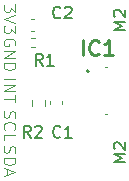
<source format=gbr>
%TF.GenerationSoftware,KiCad,Pcbnew,8.0.6*%
%TF.CreationDate,2024-12-03T19:32:54-08:00*%
%TF.ProjectId,VCNL4040Breakout,56434e4c-3430-4343-9042-7265616b6f75,rev?*%
%TF.SameCoordinates,Original*%
%TF.FileFunction,Legend,Top*%
%TF.FilePolarity,Positive*%
%FSLAX46Y46*%
G04 Gerber Fmt 4.6, Leading zero omitted, Abs format (unit mm)*
G04 Created by KiCad (PCBNEW 8.0.6) date 2024-12-03 19:32:54*
%MOMM*%
%LPD*%
G01*
G04 APERTURE LIST*
%ADD10C,0.150000*%
%ADD11C,0.254000*%
%ADD12C,0.100000*%
%ADD13C,0.120000*%
%ADD14C,0.200000*%
G04 APERTURE END LIST*
D10*
X133854819Y-103609523D02*
X132854819Y-103609523D01*
X132854819Y-103609523D02*
X133569104Y-103276190D01*
X133569104Y-103276190D02*
X132854819Y-102942857D01*
X132854819Y-102942857D02*
X133854819Y-102942857D01*
X132950057Y-102514285D02*
X132902438Y-102466666D01*
X132902438Y-102466666D02*
X132854819Y-102371428D01*
X132854819Y-102371428D02*
X132854819Y-102133333D01*
X132854819Y-102133333D02*
X132902438Y-102038095D01*
X132902438Y-102038095D02*
X132950057Y-101990476D01*
X132950057Y-101990476D02*
X133045295Y-101942857D01*
X133045295Y-101942857D02*
X133140533Y-101942857D01*
X133140533Y-101942857D02*
X133283390Y-101990476D01*
X133283390Y-101990476D02*
X133854819Y-102561904D01*
X133854819Y-102561904D02*
X133854819Y-101942857D01*
X133854819Y-92409523D02*
X132854819Y-92409523D01*
X132854819Y-92409523D02*
X133569104Y-92076190D01*
X133569104Y-92076190D02*
X132854819Y-91742857D01*
X132854819Y-91742857D02*
X133854819Y-91742857D01*
X132950057Y-91314285D02*
X132902438Y-91266666D01*
X132902438Y-91266666D02*
X132854819Y-91171428D01*
X132854819Y-91171428D02*
X132854819Y-90933333D01*
X132854819Y-90933333D02*
X132902438Y-90838095D01*
X132902438Y-90838095D02*
X132950057Y-90790476D01*
X132950057Y-90790476D02*
X133045295Y-90742857D01*
X133045295Y-90742857D02*
X133140533Y-90742857D01*
X133140533Y-90742857D02*
X133283390Y-90790476D01*
X133283390Y-90790476D02*
X133854819Y-91361904D01*
X133854819Y-91361904D02*
X133854819Y-90742857D01*
X125833333Y-101554819D02*
X125500000Y-101078628D01*
X125261905Y-101554819D02*
X125261905Y-100554819D01*
X125261905Y-100554819D02*
X125642857Y-100554819D01*
X125642857Y-100554819D02*
X125738095Y-100602438D01*
X125738095Y-100602438D02*
X125785714Y-100650057D01*
X125785714Y-100650057D02*
X125833333Y-100745295D01*
X125833333Y-100745295D02*
X125833333Y-100888152D01*
X125833333Y-100888152D02*
X125785714Y-100983390D01*
X125785714Y-100983390D02*
X125738095Y-101031009D01*
X125738095Y-101031009D02*
X125642857Y-101078628D01*
X125642857Y-101078628D02*
X125261905Y-101078628D01*
X126214286Y-100650057D02*
X126261905Y-100602438D01*
X126261905Y-100602438D02*
X126357143Y-100554819D01*
X126357143Y-100554819D02*
X126595238Y-100554819D01*
X126595238Y-100554819D02*
X126690476Y-100602438D01*
X126690476Y-100602438D02*
X126738095Y-100650057D01*
X126738095Y-100650057D02*
X126785714Y-100745295D01*
X126785714Y-100745295D02*
X126785714Y-100840533D01*
X126785714Y-100840533D02*
X126738095Y-100983390D01*
X126738095Y-100983390D02*
X126166667Y-101554819D01*
X126166667Y-101554819D02*
X126785714Y-101554819D01*
D11*
X130260237Y-94574318D02*
X130260237Y-93304318D01*
X131590714Y-94453365D02*
X131530238Y-94513842D01*
X131530238Y-94513842D02*
X131348809Y-94574318D01*
X131348809Y-94574318D02*
X131227857Y-94574318D01*
X131227857Y-94574318D02*
X131046428Y-94513842D01*
X131046428Y-94513842D02*
X130925476Y-94392889D01*
X130925476Y-94392889D02*
X130864999Y-94271937D01*
X130864999Y-94271937D02*
X130804523Y-94030032D01*
X130804523Y-94030032D02*
X130804523Y-93848603D01*
X130804523Y-93848603D02*
X130864999Y-93606699D01*
X130864999Y-93606699D02*
X130925476Y-93485746D01*
X130925476Y-93485746D02*
X131046428Y-93364794D01*
X131046428Y-93364794D02*
X131227857Y-93304318D01*
X131227857Y-93304318D02*
X131348809Y-93304318D01*
X131348809Y-93304318D02*
X131530238Y-93364794D01*
X131530238Y-93364794D02*
X131590714Y-93425270D01*
X132800238Y-94574318D02*
X132074523Y-94574318D01*
X132437380Y-94574318D02*
X132437380Y-93304318D01*
X132437380Y-93304318D02*
X132316428Y-93485746D01*
X132316428Y-93485746D02*
X132195476Y-93606699D01*
X132195476Y-93606699D02*
X132074523Y-93667175D01*
D12*
X123590200Y-99309524D02*
X123542580Y-99452381D01*
X123542580Y-99452381D02*
X123542580Y-99690476D01*
X123542580Y-99690476D02*
X123590200Y-99785714D01*
X123590200Y-99785714D02*
X123637819Y-99833333D01*
X123637819Y-99833333D02*
X123733057Y-99880952D01*
X123733057Y-99880952D02*
X123828295Y-99880952D01*
X123828295Y-99880952D02*
X123923533Y-99833333D01*
X123923533Y-99833333D02*
X123971152Y-99785714D01*
X123971152Y-99785714D02*
X124018771Y-99690476D01*
X124018771Y-99690476D02*
X124066390Y-99500000D01*
X124066390Y-99500000D02*
X124114009Y-99404762D01*
X124114009Y-99404762D02*
X124161628Y-99357143D01*
X124161628Y-99357143D02*
X124256866Y-99309524D01*
X124256866Y-99309524D02*
X124352104Y-99309524D01*
X124352104Y-99309524D02*
X124447342Y-99357143D01*
X124447342Y-99357143D02*
X124494961Y-99404762D01*
X124494961Y-99404762D02*
X124542580Y-99500000D01*
X124542580Y-99500000D02*
X124542580Y-99738095D01*
X124542580Y-99738095D02*
X124494961Y-99880952D01*
X123637819Y-100880952D02*
X123590200Y-100833333D01*
X123590200Y-100833333D02*
X123542580Y-100690476D01*
X123542580Y-100690476D02*
X123542580Y-100595238D01*
X123542580Y-100595238D02*
X123590200Y-100452381D01*
X123590200Y-100452381D02*
X123685438Y-100357143D01*
X123685438Y-100357143D02*
X123780676Y-100309524D01*
X123780676Y-100309524D02*
X123971152Y-100261905D01*
X123971152Y-100261905D02*
X124114009Y-100261905D01*
X124114009Y-100261905D02*
X124304485Y-100309524D01*
X124304485Y-100309524D02*
X124399723Y-100357143D01*
X124399723Y-100357143D02*
X124494961Y-100452381D01*
X124494961Y-100452381D02*
X124542580Y-100595238D01*
X124542580Y-100595238D02*
X124542580Y-100690476D01*
X124542580Y-100690476D02*
X124494961Y-100833333D01*
X124494961Y-100833333D02*
X124447342Y-100880952D01*
X123542580Y-101785714D02*
X123542580Y-101309524D01*
X123542580Y-101309524D02*
X124542580Y-101309524D01*
X123590200Y-102285714D02*
X123542580Y-102428571D01*
X123542580Y-102428571D02*
X123542580Y-102666666D01*
X123542580Y-102666666D02*
X123590200Y-102761904D01*
X123590200Y-102761904D02*
X123637819Y-102809523D01*
X123637819Y-102809523D02*
X123733057Y-102857142D01*
X123733057Y-102857142D02*
X123828295Y-102857142D01*
X123828295Y-102857142D02*
X123923533Y-102809523D01*
X123923533Y-102809523D02*
X123971152Y-102761904D01*
X123971152Y-102761904D02*
X124018771Y-102666666D01*
X124018771Y-102666666D02*
X124066390Y-102476190D01*
X124066390Y-102476190D02*
X124114009Y-102380952D01*
X124114009Y-102380952D02*
X124161628Y-102333333D01*
X124161628Y-102333333D02*
X124256866Y-102285714D01*
X124256866Y-102285714D02*
X124352104Y-102285714D01*
X124352104Y-102285714D02*
X124447342Y-102333333D01*
X124447342Y-102333333D02*
X124494961Y-102380952D01*
X124494961Y-102380952D02*
X124542580Y-102476190D01*
X124542580Y-102476190D02*
X124542580Y-102714285D01*
X124542580Y-102714285D02*
X124494961Y-102857142D01*
X123542580Y-103285714D02*
X124542580Y-103285714D01*
X124542580Y-103285714D02*
X124542580Y-103523809D01*
X124542580Y-103523809D02*
X124494961Y-103666666D01*
X124494961Y-103666666D02*
X124399723Y-103761904D01*
X124399723Y-103761904D02*
X124304485Y-103809523D01*
X124304485Y-103809523D02*
X124114009Y-103857142D01*
X124114009Y-103857142D02*
X123971152Y-103857142D01*
X123971152Y-103857142D02*
X123780676Y-103809523D01*
X123780676Y-103809523D02*
X123685438Y-103761904D01*
X123685438Y-103761904D02*
X123590200Y-103666666D01*
X123590200Y-103666666D02*
X123542580Y-103523809D01*
X123542580Y-103523809D02*
X123542580Y-103285714D01*
X123828295Y-104238095D02*
X123828295Y-104714285D01*
X123542580Y-104142857D02*
X124542580Y-104476190D01*
X124542580Y-104476190D02*
X123542580Y-104809523D01*
X124542580Y-90261905D02*
X124542580Y-90880952D01*
X124542580Y-90880952D02*
X124161628Y-90547619D01*
X124161628Y-90547619D02*
X124161628Y-90690476D01*
X124161628Y-90690476D02*
X124114009Y-90785714D01*
X124114009Y-90785714D02*
X124066390Y-90833333D01*
X124066390Y-90833333D02*
X123971152Y-90880952D01*
X123971152Y-90880952D02*
X123733057Y-90880952D01*
X123733057Y-90880952D02*
X123637819Y-90833333D01*
X123637819Y-90833333D02*
X123590200Y-90785714D01*
X123590200Y-90785714D02*
X123542580Y-90690476D01*
X123542580Y-90690476D02*
X123542580Y-90404762D01*
X123542580Y-90404762D02*
X123590200Y-90309524D01*
X123590200Y-90309524D02*
X123637819Y-90261905D01*
X124542580Y-91166667D02*
X123542580Y-91500000D01*
X123542580Y-91500000D02*
X124542580Y-91833333D01*
X124542580Y-92071429D02*
X124542580Y-92690476D01*
X124542580Y-92690476D02*
X124161628Y-92357143D01*
X124161628Y-92357143D02*
X124161628Y-92500000D01*
X124161628Y-92500000D02*
X124114009Y-92595238D01*
X124114009Y-92595238D02*
X124066390Y-92642857D01*
X124066390Y-92642857D02*
X123971152Y-92690476D01*
X123971152Y-92690476D02*
X123733057Y-92690476D01*
X123733057Y-92690476D02*
X123637819Y-92642857D01*
X123637819Y-92642857D02*
X123590200Y-92595238D01*
X123590200Y-92595238D02*
X123542580Y-92500000D01*
X123542580Y-92500000D02*
X123542580Y-92214286D01*
X123542580Y-92214286D02*
X123590200Y-92119048D01*
X123590200Y-92119048D02*
X123637819Y-92071429D01*
D10*
X128333333Y-101459580D02*
X128285714Y-101507200D01*
X128285714Y-101507200D02*
X128142857Y-101554819D01*
X128142857Y-101554819D02*
X128047619Y-101554819D01*
X128047619Y-101554819D02*
X127904762Y-101507200D01*
X127904762Y-101507200D02*
X127809524Y-101411961D01*
X127809524Y-101411961D02*
X127761905Y-101316723D01*
X127761905Y-101316723D02*
X127714286Y-101126247D01*
X127714286Y-101126247D02*
X127714286Y-100983390D01*
X127714286Y-100983390D02*
X127761905Y-100792914D01*
X127761905Y-100792914D02*
X127809524Y-100697676D01*
X127809524Y-100697676D02*
X127904762Y-100602438D01*
X127904762Y-100602438D02*
X128047619Y-100554819D01*
X128047619Y-100554819D02*
X128142857Y-100554819D01*
X128142857Y-100554819D02*
X128285714Y-100602438D01*
X128285714Y-100602438D02*
X128333333Y-100650057D01*
X129285714Y-101554819D02*
X128714286Y-101554819D01*
X129000000Y-101554819D02*
X129000000Y-100554819D01*
X129000000Y-100554819D02*
X128904762Y-100697676D01*
X128904762Y-100697676D02*
X128809524Y-100792914D01*
X128809524Y-100792914D02*
X128714286Y-100840533D01*
X128333333Y-91359580D02*
X128285714Y-91407200D01*
X128285714Y-91407200D02*
X128142857Y-91454819D01*
X128142857Y-91454819D02*
X128047619Y-91454819D01*
X128047619Y-91454819D02*
X127904762Y-91407200D01*
X127904762Y-91407200D02*
X127809524Y-91311961D01*
X127809524Y-91311961D02*
X127761905Y-91216723D01*
X127761905Y-91216723D02*
X127714286Y-91026247D01*
X127714286Y-91026247D02*
X127714286Y-90883390D01*
X127714286Y-90883390D02*
X127761905Y-90692914D01*
X127761905Y-90692914D02*
X127809524Y-90597676D01*
X127809524Y-90597676D02*
X127904762Y-90502438D01*
X127904762Y-90502438D02*
X128047619Y-90454819D01*
X128047619Y-90454819D02*
X128142857Y-90454819D01*
X128142857Y-90454819D02*
X128285714Y-90502438D01*
X128285714Y-90502438D02*
X128333333Y-90550057D01*
X128714286Y-90550057D02*
X128761905Y-90502438D01*
X128761905Y-90502438D02*
X128857143Y-90454819D01*
X128857143Y-90454819D02*
X129095238Y-90454819D01*
X129095238Y-90454819D02*
X129190476Y-90502438D01*
X129190476Y-90502438D02*
X129238095Y-90550057D01*
X129238095Y-90550057D02*
X129285714Y-90645295D01*
X129285714Y-90645295D02*
X129285714Y-90740533D01*
X129285714Y-90740533D02*
X129238095Y-90883390D01*
X129238095Y-90883390D02*
X128666667Y-91454819D01*
X128666667Y-91454819D02*
X129285714Y-91454819D01*
D12*
X124494961Y-93738095D02*
X124542580Y-93642857D01*
X124542580Y-93642857D02*
X124542580Y-93500000D01*
X124542580Y-93500000D02*
X124494961Y-93357143D01*
X124494961Y-93357143D02*
X124399723Y-93261905D01*
X124399723Y-93261905D02*
X124304485Y-93214286D01*
X124304485Y-93214286D02*
X124114009Y-93166667D01*
X124114009Y-93166667D02*
X123971152Y-93166667D01*
X123971152Y-93166667D02*
X123780676Y-93214286D01*
X123780676Y-93214286D02*
X123685438Y-93261905D01*
X123685438Y-93261905D02*
X123590200Y-93357143D01*
X123590200Y-93357143D02*
X123542580Y-93500000D01*
X123542580Y-93500000D02*
X123542580Y-93595238D01*
X123542580Y-93595238D02*
X123590200Y-93738095D01*
X123590200Y-93738095D02*
X123637819Y-93785714D01*
X123637819Y-93785714D02*
X123971152Y-93785714D01*
X123971152Y-93785714D02*
X123971152Y-93595238D01*
X123542580Y-94214286D02*
X124542580Y-94214286D01*
X124542580Y-94214286D02*
X123542580Y-94785714D01*
X123542580Y-94785714D02*
X124542580Y-94785714D01*
X123542580Y-95261905D02*
X124542580Y-95261905D01*
X124542580Y-95261905D02*
X124542580Y-95500000D01*
X124542580Y-95500000D02*
X124494961Y-95642857D01*
X124494961Y-95642857D02*
X124399723Y-95738095D01*
X124399723Y-95738095D02*
X124304485Y-95785714D01*
X124304485Y-95785714D02*
X124114009Y-95833333D01*
X124114009Y-95833333D02*
X123971152Y-95833333D01*
X123971152Y-95833333D02*
X123780676Y-95785714D01*
X123780676Y-95785714D02*
X123685438Y-95738095D01*
X123685438Y-95738095D02*
X123590200Y-95642857D01*
X123590200Y-95642857D02*
X123542580Y-95500000D01*
X123542580Y-95500000D02*
X123542580Y-95261905D01*
X123542580Y-96595238D02*
X124542580Y-96595238D01*
X123542580Y-97071428D02*
X124542580Y-97071428D01*
X124542580Y-97071428D02*
X123542580Y-97642856D01*
X123542580Y-97642856D02*
X124542580Y-97642856D01*
X124542580Y-97976190D02*
X124542580Y-98547618D01*
X123542580Y-98261904D02*
X124542580Y-98261904D01*
D10*
X126833333Y-95454819D02*
X126500000Y-94978628D01*
X126261905Y-95454819D02*
X126261905Y-94454819D01*
X126261905Y-94454819D02*
X126642857Y-94454819D01*
X126642857Y-94454819D02*
X126738095Y-94502438D01*
X126738095Y-94502438D02*
X126785714Y-94550057D01*
X126785714Y-94550057D02*
X126833333Y-94645295D01*
X126833333Y-94645295D02*
X126833333Y-94788152D01*
X126833333Y-94788152D02*
X126785714Y-94883390D01*
X126785714Y-94883390D02*
X126738095Y-94931009D01*
X126738095Y-94931009D02*
X126642857Y-94978628D01*
X126642857Y-94978628D02*
X126261905Y-94978628D01*
X127785714Y-95454819D02*
X127214286Y-95454819D01*
X127500000Y-95454819D02*
X127500000Y-94454819D01*
X127500000Y-94454819D02*
X127404762Y-94597676D01*
X127404762Y-94597676D02*
X127309524Y-94692914D01*
X127309524Y-94692914D02*
X127214286Y-94740533D01*
D13*
%TO.C,R2*%
X125977500Y-98362742D02*
X125977500Y-98837258D01*
X127022500Y-98362742D02*
X127022500Y-98837258D01*
D14*
%TO.C,IC1*%
X130650000Y-95838000D02*
X130650000Y-95838000D01*
X130650000Y-96038000D02*
X130650000Y-96038000D01*
D12*
X132300000Y-95538000D02*
X132100000Y-95538000D01*
X132300000Y-99538000D02*
X132100000Y-99538000D01*
D14*
X130650000Y-95838000D02*
G75*
G02*
X130650000Y-96038000I0J-100000D01*
G01*
X130650000Y-96038000D02*
G75*
G02*
X130650000Y-95838000I0J100000D01*
G01*
D13*
%TO.C,C1*%
X127490000Y-98459420D02*
X127490000Y-98740580D01*
X128510000Y-98459420D02*
X128510000Y-98740580D01*
%TO.C,C2*%
X125859420Y-91490000D02*
X126140580Y-91490000D01*
X125859420Y-92510000D02*
X126140580Y-92510000D01*
%TO.C,R1*%
X125846359Y-93120000D02*
X126153641Y-93120000D01*
X125846359Y-93880000D02*
X126153641Y-93880000D01*
%TD*%
M02*

</source>
